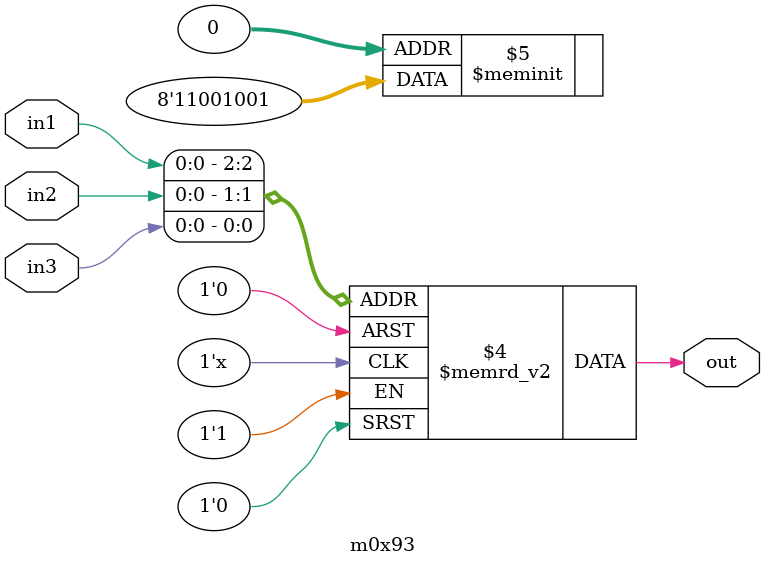
<source format=v>
module m0x93(output out, input in1, in2, in3);

   always @(in1, in2, in3)
     begin
        case({in1, in2, in3})
          3'b000: {out} = 1'b1;
          3'b001: {out} = 1'b0;
          3'b010: {out} = 1'b0;
          3'b011: {out} = 1'b1;
          3'b100: {out} = 1'b0;
          3'b101: {out} = 1'b0;
          3'b110: {out} = 1'b1;
          3'b111: {out} = 1'b1;
        endcase // case ({in1, in2, in3})
     end // always @ (in1, in2, in3)

endmodule // m0x93
</source>
